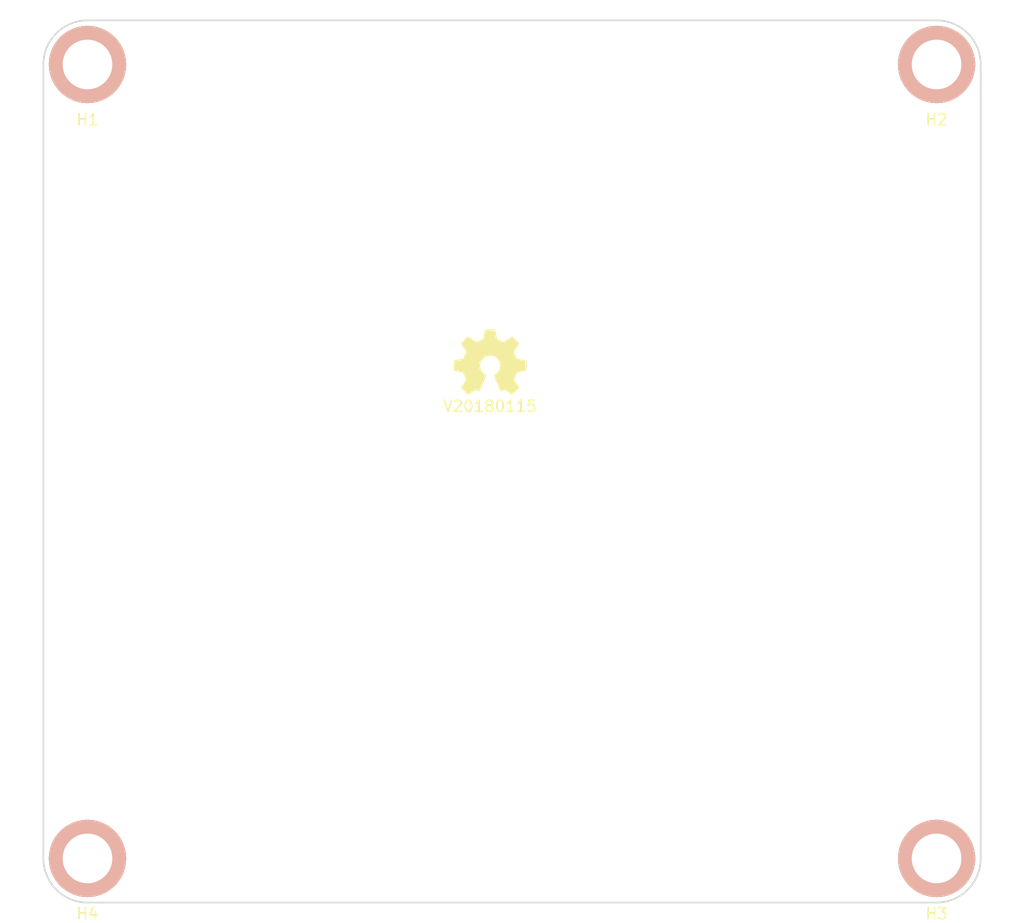
<source format=kicad_pcb>
(kicad_pcb (version 4) (host pcbnew 4.0.7-e2-6376~58~ubuntu17.04.1)

  (general
    (links 0)
    (no_connects 0)
    (area 0 0 0 0)
    (thickness 1.6)
    (drawings 8)
    (tracks 0)
    (zones 0)
    (modules 6)
    (nets 2)
  )

  (page A4)
  (layers
    (0 F.Cu signal)
    (31 B.Cu signal)
    (32 B.Adhes user)
    (33 F.Adhes user)
    (34 B.Paste user)
    (35 F.Paste user)
    (36 B.SilkS user)
    (37 F.SilkS user)
    (38 B.Mask user)
    (39 F.Mask user)
    (40 Dwgs.User user)
    (41 Cmts.User user)
    (42 Eco1.User user)
    (43 Eco2.User user)
    (44 Edge.Cuts user)
    (45 Margin user)
    (46 B.CrtYd user)
    (47 F.CrtYd user)
    (48 B.Fab user)
    (49 F.Fab user)
  )

  (setup
    (last_trace_width 0.1524)
    (user_trace_width 0.1524)
    (user_trace_width 0.2)
    (user_trace_width 0.3)
    (user_trace_width 0.4)
    (user_trace_width 0.6)
    (user_trace_width 1)
    (user_trace_width 1.5)
    (user_trace_width 2)
    (trace_clearance 0.1524)
    (zone_clearance 0.508)
    (zone_45_only no)
    (trace_min 0.1524)
    (segment_width 0.2)
    (edge_width 0.15)
    (via_size 0.4826)
    (via_drill 0.3048)
    (via_min_size 0.4826)
    (via_min_drill 0.3048)
    (user_via 0.4826 0.3048)
    (user_via 0.6 0.4)
    (user_via 0.8 0.6)
    (user_via 1 0.8)
    (user_via 1.3 1)
    (user_via 1.5 1.2)
    (user_via 1.7 1.4)
    (user_via 1.9 1.6)
    (uvia_size 0.4826)
    (uvia_drill 0.3048)
    (uvias_allowed no)
    (uvia_min_size 0.4826)
    (uvia_min_drill 0.3048)
    (pcb_text_width 0.3)
    (pcb_text_size 1.5 1.5)
    (mod_edge_width 0.15)
    (mod_text_size 1 1)
    (mod_text_width 0.15)
    (pad_size 1.524 1.524)
    (pad_drill 0.762)
    (pad_to_mask_clearance 0.2)
    (aux_axis_origin 0 0)
    (grid_origin 0 210)
    (visible_elements FFFFFF7F)
    (pcbplotparams
      (layerselection 0x00030_80000001)
      (usegerberextensions false)
      (excludeedgelayer true)
      (linewidth 0.100000)
      (plotframeref false)
      (viasonmask false)
      (mode 1)
      (useauxorigin false)
      (hpglpennumber 1)
      (hpglpenspeed 20)
      (hpglpendiameter 15)
      (hpglpenoverlay 2)
      (psnegative false)
      (psa4output false)
      (plotreference true)
      (plotvalue true)
      (plotinvisibletext false)
      (padsonsilk false)
      (subtractmaskfromsilk false)
      (outputformat 1)
      (mirror false)
      (drillshape 1)
      (scaleselection 1)
      (outputdirectory ""))
  )

  (net 0 "")
  (net 1 GNDREF)

  (net_class Default "This is the default net class."
    (clearance 0.1524)
    (trace_width 0.1524)
    (via_dia 0.4826)
    (via_drill 0.3048)
    (uvia_dia 0.4826)
    (uvia_drill 0.3048)
    (add_net GNDREF)
  )

  (module Symbols:OSHW-Symbol_6.7x6mm_SilkScreen (layer F.Cu) (tedit 0) (tstamp 5A135134)
    (at 148 101)
    (descr "Open Source Hardware Symbol")
    (tags "Logo Symbol OSHW")
    (path /5A135869)
    (attr virtual)
    (fp_text reference N1 (at 0 0) (layer F.SilkS) hide
      (effects (font (size 1 1) (thickness 0.15)))
    )
    (fp_text value OHWLOGO (at 0.75 0) (layer F.Fab) hide
      (effects (font (size 1 1) (thickness 0.15)))
    )
    (fp_poly (pts (xy 0.555814 -2.531069) (xy 0.639635 -2.086445) (xy 0.94892 -1.958947) (xy 1.258206 -1.831449)
      (xy 1.629246 -2.083754) (xy 1.733157 -2.154004) (xy 1.827087 -2.216728) (xy 1.906652 -2.269062)
      (xy 1.96747 -2.308143) (xy 2.005157 -2.331107) (xy 2.015421 -2.336058) (xy 2.03391 -2.323324)
      (xy 2.07342 -2.288118) (xy 2.129522 -2.234938) (xy 2.197787 -2.168282) (xy 2.273786 -2.092646)
      (xy 2.353092 -2.012528) (xy 2.431275 -1.932426) (xy 2.503907 -1.856836) (xy 2.566559 -1.790255)
      (xy 2.614803 -1.737182) (xy 2.64421 -1.702113) (xy 2.651241 -1.690377) (xy 2.641123 -1.66874)
      (xy 2.612759 -1.621338) (xy 2.569129 -1.552807) (xy 2.513218 -1.467785) (xy 2.448006 -1.370907)
      (xy 2.410219 -1.31565) (xy 2.341343 -1.214752) (xy 2.28014 -1.123701) (xy 2.229578 -1.04703)
      (xy 2.192628 -0.989272) (xy 2.172258 -0.954957) (xy 2.169197 -0.947746) (xy 2.176136 -0.927252)
      (xy 2.195051 -0.879487) (xy 2.223087 -0.811168) (xy 2.257391 -0.729011) (xy 2.295109 -0.63973)
      (xy 2.333387 -0.550042) (xy 2.36937 -0.466662) (xy 2.400206 -0.396306) (xy 2.423039 -0.34569)
      (xy 2.435017 -0.321529) (xy 2.435724 -0.320578) (xy 2.454531 -0.315964) (xy 2.504618 -0.305672)
      (xy 2.580793 -0.290713) (xy 2.677865 -0.272099) (xy 2.790643 -0.250841) (xy 2.856442 -0.238582)
      (xy 2.97695 -0.215638) (xy 3.085797 -0.193805) (xy 3.177476 -0.174278) (xy 3.246481 -0.158252)
      (xy 3.287304 -0.146921) (xy 3.295511 -0.143326) (xy 3.303548 -0.118994) (xy 3.310033 -0.064041)
      (xy 3.31497 0.015108) (xy 3.318364 0.112026) (xy 3.320218 0.220287) (xy 3.320538 0.333465)
      (xy 3.319327 0.445135) (xy 3.31659 0.548868) (xy 3.312331 0.638241) (xy 3.306555 0.706826)
      (xy 3.299267 0.748197) (xy 3.294895 0.75681) (xy 3.268764 0.767133) (xy 3.213393 0.781892)
      (xy 3.136107 0.799352) (xy 3.04423 0.81778) (xy 3.012158 0.823741) (xy 2.857524 0.852066)
      (xy 2.735375 0.874876) (xy 2.641673 0.89308) (xy 2.572384 0.907583) (xy 2.523471 0.919292)
      (xy 2.490897 0.929115) (xy 2.470628 0.937956) (xy 2.458626 0.946724) (xy 2.456947 0.948457)
      (xy 2.440184 0.976371) (xy 2.414614 1.030695) (xy 2.382788 1.104777) (xy 2.34726 1.191965)
      (xy 2.310583 1.285608) (xy 2.275311 1.379052) (xy 2.243996 1.465647) (xy 2.219193 1.53874)
      (xy 2.203454 1.591678) (xy 2.199332 1.617811) (xy 2.199676 1.618726) (xy 2.213641 1.640086)
      (xy 2.245322 1.687084) (xy 2.291391 1.754827) (xy 2.348518 1.838423) (xy 2.413373 1.932982)
      (xy 2.431843 1.959854) (xy 2.497699 2.057275) (xy 2.55565 2.146163) (xy 2.602538 2.221412)
      (xy 2.635207 2.27792) (xy 2.6505 2.310581) (xy 2.651241 2.314593) (xy 2.638392 2.335684)
      (xy 2.602888 2.377464) (xy 2.549293 2.435445) (xy 2.482171 2.505135) (xy 2.406087 2.582045)
      (xy 2.325604 2.661683) (xy 2.245287 2.739561) (xy 2.169699 2.811186) (xy 2.103405 2.87207)
      (xy 2.050969 2.917721) (xy 2.016955 2.94365) (xy 2.007545 2.947883) (xy 1.985643 2.937912)
      (xy 1.9408 2.91102) (xy 1.880321 2.871736) (xy 1.833789 2.840117) (xy 1.749475 2.782098)
      (xy 1.649626 2.713784) (xy 1.549473 2.645579) (xy 1.495627 2.609075) (xy 1.313371 2.4858)
      (xy 1.160381 2.56852) (xy 1.090682 2.604759) (xy 1.031414 2.632926) (xy 0.991311 2.648991)
      (xy 0.981103 2.651226) (xy 0.968829 2.634722) (xy 0.944613 2.588082) (xy 0.910263 2.515609)
      (xy 0.867588 2.421606) (xy 0.818394 2.310374) (xy 0.76449 2.186215) (xy 0.707684 2.053432)
      (xy 0.649782 1.916327) (xy 0.592593 1.779202) (xy 0.537924 1.646358) (xy 0.487584 1.522098)
      (xy 0.44338 1.410725) (xy 0.407119 1.316539) (xy 0.380609 1.243844) (xy 0.365658 1.196941)
      (xy 0.363254 1.180833) (xy 0.382311 1.160286) (xy 0.424036 1.126933) (xy 0.479706 1.087702)
      (xy 0.484378 1.084599) (xy 0.628264 0.969423) (xy 0.744283 0.835053) (xy 0.83143 0.685784)
      (xy 0.888699 0.525913) (xy 0.915086 0.359737) (xy 0.909585 0.191552) (xy 0.87119 0.025655)
      (xy 0.798895 -0.133658) (xy 0.777626 -0.168513) (xy 0.666996 -0.309263) (xy 0.536302 -0.422286)
      (xy 0.390064 -0.506997) (xy 0.232808 -0.562806) (xy 0.069057 -0.589126) (xy -0.096667 -0.58537)
      (xy -0.259838 -0.55095) (xy -0.415935 -0.485277) (xy -0.560433 -0.387765) (xy -0.605131 -0.348187)
      (xy -0.718888 -0.224297) (xy -0.801782 -0.093876) (xy -0.858644 0.052315) (xy -0.890313 0.197088)
      (xy -0.898131 0.35986) (xy -0.872062 0.52344) (xy -0.814755 0.682298) (xy -0.728856 0.830906)
      (xy -0.617014 0.963735) (xy -0.481877 1.075256) (xy -0.464117 1.087011) (xy -0.40785 1.125508)
      (xy -0.365077 1.158863) (xy -0.344628 1.18016) (xy -0.344331 1.180833) (xy -0.348721 1.203871)
      (xy -0.366124 1.256157) (xy -0.394732 1.33339) (xy -0.432735 1.431268) (xy -0.478326 1.545491)
      (xy -0.529697 1.671758) (xy -0.585038 1.805767) (xy -0.642542 1.943218) (xy -0.700399 2.079808)
      (xy -0.756802 2.211237) (xy -0.809942 2.333205) (xy -0.85801 2.441409) (xy -0.899199 2.531549)
      (xy -0.931699 2.599323) (xy -0.953703 2.64043) (xy -0.962564 2.651226) (xy -0.98964 2.642819)
      (xy -1.040303 2.620272) (xy -1.105817 2.587613) (xy -1.141841 2.56852) (xy -1.294832 2.4858)
      (xy -1.477088 2.609075) (xy -1.570125 2.672228) (xy -1.671985 2.741727) (xy -1.767438 2.807165)
      (xy -1.81525 2.840117) (xy -1.882495 2.885273) (xy -1.939436 2.921057) (xy -1.978646 2.942938)
      (xy -1.991381 2.947563) (xy -2.009917 2.935085) (xy -2.050941 2.900252) (xy -2.110475 2.846678)
      (xy -2.184542 2.777983) (xy -2.269165 2.697781) (xy -2.322685 2.646286) (xy -2.416319 2.554286)
      (xy -2.497241 2.471999) (xy -2.562177 2.402945) (xy -2.607858 2.350644) (xy -2.631011 2.318616)
      (xy -2.633232 2.312116) (xy -2.622924 2.287394) (xy -2.594439 2.237405) (xy -2.550937 2.167212)
      (xy -2.495577 2.081875) (xy -2.43152 1.986456) (xy -2.413303 1.959854) (xy -2.346927 1.863167)
      (xy -2.287378 1.776117) (xy -2.237984 1.703595) (xy -2.202075 1.650493) (xy -2.182981 1.621703)
      (xy -2.181136 1.618726) (xy -2.183895 1.595782) (xy -2.198538 1.545336) (xy -2.222513 1.474041)
      (xy -2.253266 1.388547) (xy -2.288244 1.295507) (xy -2.324893 1.201574) (xy -2.360661 1.113399)
      (xy -2.392994 1.037634) (xy -2.419338 0.980931) (xy -2.437142 0.949943) (xy -2.438407 0.948457)
      (xy -2.449294 0.939601) (xy -2.467682 0.930843) (xy -2.497606 0.921277) (xy -2.543103 0.909996)
      (xy -2.608209 0.896093) (xy -2.696961 0.878663) (xy -2.813393 0.856798) (xy -2.961542 0.829591)
      (xy -2.993618 0.823741) (xy -3.088686 0.805374) (xy -3.171565 0.787405) (xy -3.23493 0.771569)
      (xy -3.271458 0.7596) (xy -3.276356 0.75681) (xy -3.284427 0.732072) (xy -3.290987 0.67679)
      (xy -3.296033 0.597389) (xy -3.299559 0.500296) (xy -3.301561 0.391938) (xy -3.302036 0.27874)
      (xy -3.300977 0.167128) (xy -3.298382 0.063529) (xy -3.294246 -0.025632) (xy -3.288563 -0.093928)
      (xy -3.281331 -0.134934) (xy -3.276971 -0.143326) (xy -3.252698 -0.151792) (xy -3.197426 -0.165565)
      (xy -3.116662 -0.18345) (xy -3.015912 -0.204252) (xy -2.900683 -0.226777) (xy -2.837902 -0.238582)
      (xy -2.718787 -0.260849) (xy -2.612565 -0.281021) (xy -2.524427 -0.298085) (xy -2.459566 -0.311031)
      (xy -2.423174 -0.318845) (xy -2.417184 -0.320578) (xy -2.407061 -0.34011) (xy -2.385662 -0.387157)
      (xy -2.355839 -0.454997) (xy -2.320445 -0.536909) (xy -2.282332 -0.626172) (xy -2.244353 -0.716065)
      (xy -2.20936 -0.799865) (xy -2.180206 -0.870853) (xy -2.159743 -0.922306) (xy -2.150823 -0.947503)
      (xy -2.150657 -0.948604) (xy -2.160769 -0.968481) (xy -2.189117 -1.014223) (xy -2.232723 -1.081283)
      (xy -2.288606 -1.165116) (xy -2.353787 -1.261174) (xy -2.391679 -1.31635) (xy -2.460725 -1.417519)
      (xy -2.52205 -1.50937) (xy -2.572663 -1.587256) (xy -2.609571 -1.646531) (xy -2.629782 -1.682549)
      (xy -2.632701 -1.690623) (xy -2.620153 -1.709416) (xy -2.585463 -1.749543) (xy -2.533063 -1.806507)
      (xy -2.467384 -1.875815) (xy -2.392856 -1.952969) (xy -2.313913 -2.033475) (xy -2.234983 -2.112837)
      (xy -2.1605 -2.18656) (xy -2.094894 -2.250148) (xy -2.042596 -2.299106) (xy -2.008039 -2.328939)
      (xy -1.996478 -2.336058) (xy -1.977654 -2.326047) (xy -1.932631 -2.297922) (xy -1.865787 -2.254546)
      (xy -1.781499 -2.198782) (xy -1.684144 -2.133494) (xy -1.610707 -2.083754) (xy -1.239667 -1.831449)
      (xy -0.621095 -2.086445) (xy -0.537275 -2.531069) (xy -0.453454 -2.975693) (xy 0.471994 -2.975693)
      (xy 0.555814 -2.531069)) (layer F.SilkS) (width 0.01))
  )

  (module SquantorLabels:Label_version (layer F.Cu) (tedit 59D3ED5E) (tstamp 5A135138)
    (at 148 105)
    (path /5A1357A5)
    (fp_text reference N2 (at 0 2) (layer F.Fab) hide
      (effects (font (size 1 1) (thickness 0.15)))
    )
    (fp_text value V20180115 (at 0 0) (layer F.SilkS)
      (effects (font (size 1 1) (thickness 0.15)))
    )
  )

  (module SquantorPcbOutline:MountingHole_4.5mm_8mm_metal (layer F.Cu) (tedit 5A5D180F) (tstamp 5A5D2061)
    (at 111.5 74)
    (path /5A5D1B24)
    (fp_text reference H1 (at 0 5) (layer F.SilkS)
      (effects (font (size 1 1) (thickness 0.15)))
    )
    (fp_text value Drill_Hole_connected (at 0 -5) (layer F.Fab)
      (effects (font (size 1 1) (thickness 0.15)))
    )
    (pad S thru_hole circle (at 0 0) (size 7 7) (drill 4.5) (layers *.Cu *.SilkS)
      (net 1 GNDREF))
  )

  (module SquantorPcbOutline:MountingHole_4.5mm_8mm_metal (layer F.Cu) (tedit 5A5D180F) (tstamp 5A5D2066)
    (at 188.5 74)
    (path /5A5D1AAB)
    (fp_text reference H2 (at 0 5) (layer F.SilkS)
      (effects (font (size 1 1) (thickness 0.15)))
    )
    (fp_text value Drill_Hole_connected (at 0 -5) (layer F.Fab)
      (effects (font (size 1 1) (thickness 0.15)))
    )
    (pad S thru_hole circle (at 0 0) (size 7 7) (drill 4.5) (layers *.Cu *.SilkS)
      (net 1 GNDREF))
  )

  (module SquantorPcbOutline:MountingHole_4.5mm_8mm_metal (layer F.Cu) (tedit 5A5D180F) (tstamp 5A5D206B)
    (at 188.5 146)
    (path /5A5D1A2B)
    (fp_text reference H3 (at 0 5) (layer F.SilkS)
      (effects (font (size 1 1) (thickness 0.15)))
    )
    (fp_text value Drill_Hole_connected (at 0 -5) (layer F.Fab)
      (effects (font (size 1 1) (thickness 0.15)))
    )
    (pad S thru_hole circle (at 0 0) (size 7 7) (drill 4.5) (layers *.Cu *.SilkS)
      (net 1 GNDREF))
  )

  (module SquantorPcbOutline:MountingHole_4.5mm_8mm_metal (layer F.Cu) (tedit 5A5D180F) (tstamp 5A5D2070)
    (at 111.5 146)
    (path /5A5D17A8)
    (fp_text reference H4 (at 0 5) (layer F.SilkS)
      (effects (font (size 1 1) (thickness 0.15)))
    )
    (fp_text value Drill_Hole_connected (at 0 -5) (layer F.Fab)
      (effects (font (size 1 1) (thickness 0.15)))
    )
    (pad S thru_hole circle (at 0 0) (size 7 7) (drill 4.5) (layers *.Cu *.SilkS)
      (net 1 GNDREF))
  )

  (gr_arc (start 111.5 74) (end 107.5 74) (angle 90) (layer Edge.Cuts) (width 0.15))
  (gr_line (start 107.5 146) (end 107.5 74) (layer Edge.Cuts) (width 0.15))
  (gr_arc (start 111.5 146) (end 111.5 150) (angle 90) (layer Edge.Cuts) (width 0.15))
  (gr_line (start 188.5 150) (end 111.5 150) (layer Edge.Cuts) (width 0.15))
  (gr_arc (start 188.5 146) (end 192.5 146) (angle 90) (layer Edge.Cuts) (width 0.15))
  (gr_line (start 192.5 74) (end 192.5 146) (layer Edge.Cuts) (width 0.15))
  (gr_arc (start 188.5 74) (end 188.5 70) (angle 90) (layer Edge.Cuts) (width 0.15))
  (gr_line (start 111.5 70) (end 188.5 70) (layer Edge.Cuts) (width 0.15))

)

</source>
